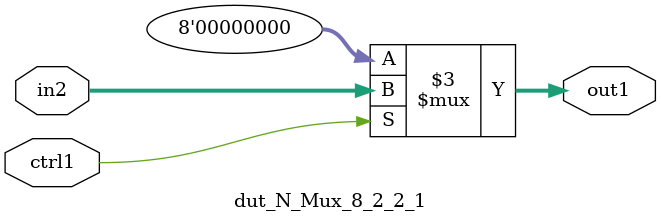
<source format=v>

`timescale 1ps / 1ps


module dut_N_Mux_8_2_2_1( in2, ctrl1, out1 );

    input [7:0] in2;
    input ctrl1;
    output [7:0] out1;
    reg [7:0] out1;

    
    // rtl_process:dut_N_Mux_8_2_2_1/dut_N_Mux_8_2_2_1_thread_1
    always @*
      begin : dut_N_Mux_8_2_2_1_thread_1
        case (ctrl1) 
          1'b1: 
            begin
              out1 = in2;
            end
          default: 
            begin
              out1 = 8'd000;
            end
        endcase
      end

endmodule




</source>
